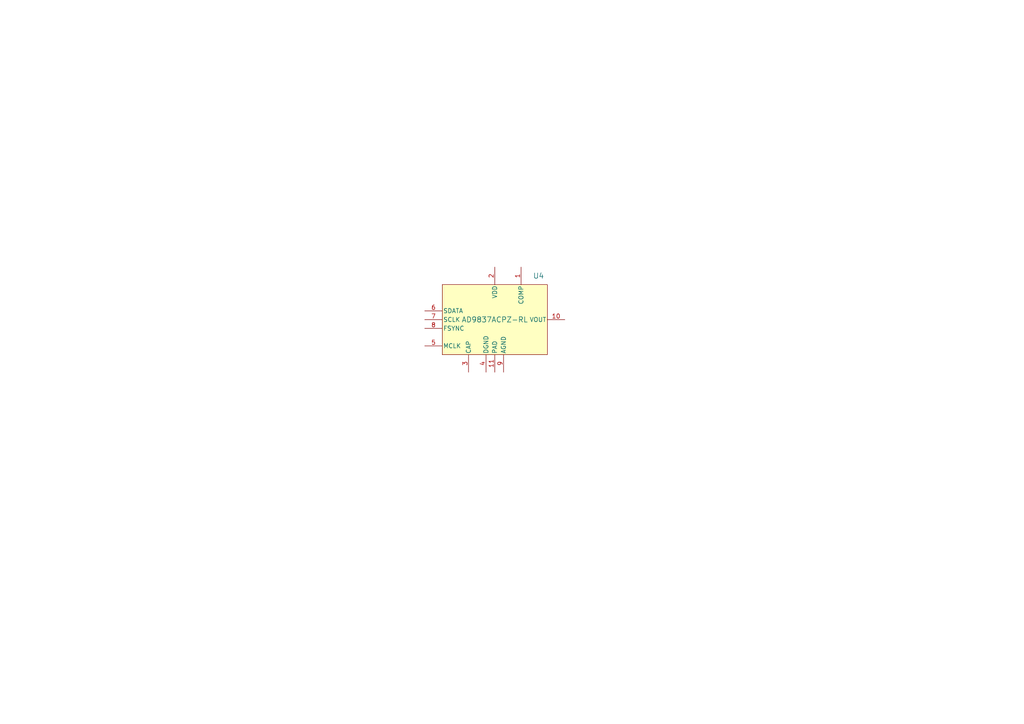
<source format=kicad_sch>
(kicad_sch (version 20230121) (generator eeschema)
  (paper "A4")
  (title_block (title "mouse_joystick_controller") (date "2023-10-13") (rev "2.0") (company "Howard Hughes Medical Institute"))
  (lib_symbols
    (symbol "Janelia:AD9837ACPZ-RL" (pin_names (offset 0.254))
      (property "Reference" "U" (at 12.7 12.7 0))
      (property "Value" "AD9837ACPZ-RL" (at 0 0 0))
      (symbol "AD9837ACPZ-RL_1_1"
        (rectangle (start -15.24 10.16) (end 15.24 -10.16) (fill (type background)))
        (pin passive line (at 7.62 15.24 270) (length 5.08) (name "COMP") (number "1"))
        (pin output line (at 20.32 0 180) (length 5.08) (name "VOUT") (number "10"))
        (pin passive line (at 0 -15.24 90) (length 5.08) (name "PAD") (number "11"))
        (pin power_in line (at 0 15.24 270) (length 5.08) (name "VDD") (number "2"))
        (pin passive line (at -7.62 -15.24 90) (length 5.08) (name "CAP") (number "3"))
        (pin power_in line (at -2.54 -15.24 90) (length 5.08) (name "DGND") (number "4"))
        (pin input line (at -20.32 -7.62 0) (length 5.08) (name "MCLK") (number "5"))
        (pin input line (at -20.32 2.54 0) (length 5.08) (name "SDATA") (number "6"))
        (pin input line (at -20.32 0 0) (length 5.08) (name "SCLK") (number "7"))
        (pin input line (at -20.32 -2.54 0) (length 5.08) (name "FSYNC") (number "8"))
        (pin power_in line (at 2.54 -15.24 90) (length 5.08) (name "AGND") (number "9"))
      )
    )
  )
  (symbol (lib_id "Janelia:AD9837ACPZ-RL") (at 143.51 92.71 0) (unit 1)
    (property "Reference" "U4" (at 156.21 80.01 0) (effects (font (size 1.524 1.524))))
    (property "Value" "AD9837ACPZ-RL" (at 143.51 92.71 0) (effects (font (size 1.524 1.524))))
    (property "Footprint" "Janelia:DFN-10_DD_LIT-L" (effects hide))
    (property "Description" "IC DDS 5MHZ 10BIT" (effects hide))
    (property "Package" " 10LFCSP" (effects hide))
    (property "Manufacturer" "Analog Devices Inc." (effects hide))
    (property "Manufacturer Part Number" "AD9837ACPZ-RL" (effects hide))
    (property "Vendor" "Digi-Key" (effects hide))
    (property "Vendor Part Number" "AD9837ACPZ-RLCT-ND" (effects hide))
    (property "Sim.Enable" "0" (effects hide))
  )
)
</source>
